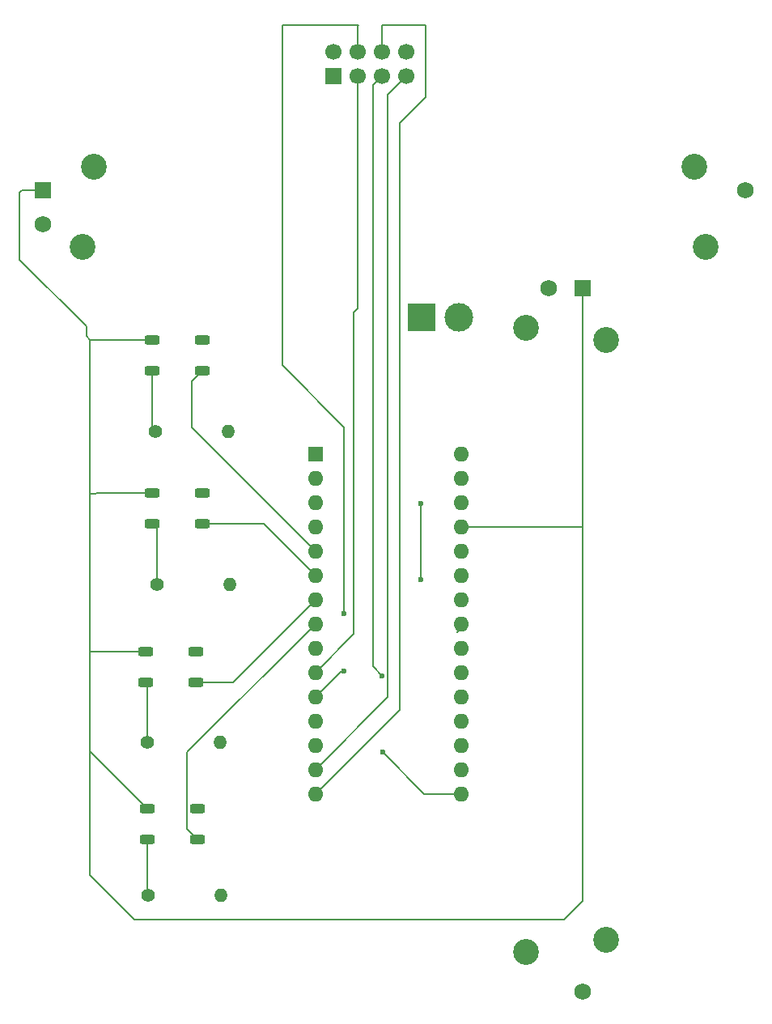
<source format=gbr>
%TF.GenerationSoftware,KiCad,Pcbnew,8.0.7*%
%TF.CreationDate,2025-01-13T00:49:29+02:00*%
%TF.ProjectId,RC-CarPCB,52432d43-6172-4504-9342-2e6b69636164,rev?*%
%TF.SameCoordinates,Original*%
%TF.FileFunction,Copper,L1,Top*%
%TF.FilePolarity,Positive*%
%FSLAX46Y46*%
G04 Gerber Fmt 4.6, Leading zero omitted, Abs format (unit mm)*
G04 Created by KiCad (PCBNEW 8.0.7) date 2025-01-13 00:49:29*
%MOMM*%
%LPD*%
G01*
G04 APERTURE LIST*
G04 Aperture macros list*
%AMRoundRect*
0 Rectangle with rounded corners*
0 $1 Rounding radius*
0 $2 $3 $4 $5 $6 $7 $8 $9 X,Y pos of 4 corners*
0 Add a 4 corners polygon primitive as box body*
4,1,4,$2,$3,$4,$5,$6,$7,$8,$9,$2,$3,0*
0 Add four circle primitives for the rounded corners*
1,1,$1+$1,$2,$3*
1,1,$1+$1,$4,$5*
1,1,$1+$1,$6,$7*
1,1,$1+$1,$8,$9*
0 Add four rect primitives between the rounded corners*
20,1,$1+$1,$2,$3,$4,$5,0*
20,1,$1+$1,$4,$5,$6,$7,0*
20,1,$1+$1,$6,$7,$8,$9,0*
20,1,$1+$1,$8,$9,$2,$3,0*%
G04 Aperture macros list end*
%TA.AperFunction,ComponentPad*%
%ADD10R,3.000000X3.000000*%
%TD*%
%TA.AperFunction,ComponentPad*%
%ADD11C,3.000000*%
%TD*%
%TA.AperFunction,ComponentPad*%
%ADD12C,1.700000*%
%TD*%
%TA.AperFunction,ComponentPad*%
%ADD13R,1.700000X1.700000*%
%TD*%
%TA.AperFunction,SMDPad,CuDef*%
%ADD14RoundRect,0.250000X-0.525000X-0.250000X0.525000X-0.250000X0.525000X0.250000X-0.525000X0.250000X0*%
%TD*%
%TA.AperFunction,ComponentPad*%
%ADD15C,2.700000*%
%TD*%
%TA.AperFunction,ComponentPad*%
%ADD16C,1.750000*%
%TD*%
%TA.AperFunction,ComponentPad*%
%ADD17R,1.750000X1.750000*%
%TD*%
%TA.AperFunction,ComponentPad*%
%ADD18C,1.400000*%
%TD*%
%TA.AperFunction,ComponentPad*%
%ADD19O,1.400000X1.400000*%
%TD*%
%TA.AperFunction,ComponentPad*%
%ADD20O,1.600000X1.600000*%
%TD*%
%TA.AperFunction,ComponentPad*%
%ADD21R,1.600000X1.600000*%
%TD*%
%TA.AperFunction,ViaPad*%
%ADD22C,0.600000*%
%TD*%
%TA.AperFunction,Conductor*%
%ADD23C,0.200000*%
%TD*%
G04 APERTURE END LIST*
D10*
%TO.P,J1,1,Pin_1*%
%TO.N,Net-(J1-Pin_1)*%
X150120000Y-73500000D03*
D11*
%TO.P,J1,2,Pin_2*%
%TO.N,Net-(A1-VIN)*%
X154000000Y-73500000D03*
%TD*%
D12*
%TO.P,U1,8,IRQ*%
%TO.N,unconnected-(U1-IRQ-Pad8)*%
X148495000Y-45749500D03*
%TO.P,U1,7,MISO*%
%TO.N,Net-(A1-D11)*%
X148495000Y-48289500D03*
%TO.P,U1,6,MOSI*%
%TO.N,Net-(A1-D12)*%
X145955000Y-45749500D03*
%TO.P,U1,5,SCK*%
%TO.N,Net-(A1-D13)*%
X145955000Y-48289500D03*
%TO.P,U1,4,~{CSN}*%
%TO.N,Net-(A1-D8)*%
X143415000Y-45749500D03*
%TO.P,U1,3,CE*%
%TO.N,Net-(A1-D7)*%
X143415000Y-48289500D03*
%TO.P,U1,2,VCC*%
%TO.N,Net-(A1-3V3)*%
X140875000Y-45749500D03*
D13*
%TO.P,U1,1,GND*%
%TO.N,Net-(J1-Pin_1)*%
X140875000Y-48289500D03*
%TD*%
D14*
%TO.P,SW3,2,B*%
%TO.N,Net-(A1-D4)*%
X126500000Y-111700000D03*
X121250000Y-111700000D03*
%TO.P,SW3,1,A*%
%TO.N,Net-(A1-+5V)*%
X126500000Y-108500000D03*
X121250000Y-108500000D03*
%TD*%
%TO.P,SW2,2,B*%
%TO.N,Net-(A1-D3)*%
X127125000Y-95100000D03*
X121875000Y-95100000D03*
%TO.P,SW2,1,A*%
%TO.N,Net-(A1-+5V)*%
X127125000Y-91900000D03*
X121875000Y-91900000D03*
%TD*%
%TO.P,SW1,2,B*%
%TO.N,Net-(A1-D2)*%
X127125000Y-79100000D03*
X121875000Y-79100000D03*
%TO.P,SW1,1,A*%
%TO.N,Net-(A1-+5V)*%
X127125000Y-75900000D03*
X121875000Y-75900000D03*
%TD*%
D15*
%TO.P,RV2,MP*%
%TO.N,N/C*%
X160970000Y-139865000D03*
X169370000Y-138665000D03*
X169370000Y-75865000D03*
X160970000Y-74665000D03*
D16*
%TO.P,RV2,3,3*%
%TO.N,Net-(J1-Pin_1)*%
X166920000Y-144015000D03*
%TO.P,RV2,2,2*%
%TO.N,Net-(A1-A0)*%
X163420000Y-70515000D03*
D17*
%TO.P,RV2,1,1*%
%TO.N,Net-(A1-+5V)*%
X166920000Y-70515000D03*
%TD*%
%TO.P,RV1,1,1*%
%TO.N,Net-(A1-+5V)*%
X110480000Y-60250000D03*
D16*
%TO.P,RV1,2,2*%
%TO.N,Net-(A1-A1)*%
X110480000Y-63750000D03*
%TO.P,RV1,3,3*%
%TO.N,Net-(J1-Pin_1)*%
X183980000Y-60250000D03*
D15*
%TO.P,RV1,MP*%
%TO.N,N/C*%
X114630000Y-66200000D03*
X115830000Y-57800000D03*
X178630000Y-57800000D03*
X179830000Y-66200000D03*
%TD*%
D18*
%TO.P,R4,1*%
%TO.N,Net-(A1-D5)*%
X121500000Y-134000000D03*
D19*
%TO.P,R4,2*%
%TO.N,Net-(J1-Pin_1)*%
X129120000Y-134000000D03*
%TD*%
%TO.P,R3,2*%
%TO.N,Net-(J1-Pin_1)*%
X129000000Y-118000000D03*
D18*
%TO.P,R3,1*%
%TO.N,Net-(A1-D4)*%
X121380000Y-118000000D03*
%TD*%
D19*
%TO.P,R2,2*%
%TO.N,Net-(J1-Pin_1)*%
X130000000Y-101500000D03*
D18*
%TO.P,R2,1*%
%TO.N,Net-(A1-D3)*%
X122380000Y-101500000D03*
%TD*%
D19*
%TO.P,R1,2*%
%TO.N,Net-(J1-Pin_1)*%
X129810000Y-85500000D03*
D18*
%TO.P,R1,1*%
%TO.N,Net-(A1-D2)*%
X122190000Y-85500000D03*
%TD*%
D14*
%TO.P,SW4,2,B*%
%TO.N,Net-(A1-D5)*%
X126625000Y-128100000D03*
X121375000Y-128100000D03*
%TO.P,SW4,1,A*%
%TO.N,Net-(A1-+5V)*%
X126625000Y-124900000D03*
X121375000Y-124900000D03*
%TD*%
D20*
%TO.P,A1,30,VIN*%
%TO.N,Net-(A1-VIN)*%
X154240000Y-87800000D03*
%TO.P,A1,29,GND*%
%TO.N,Net-(J1-Pin_1)*%
X154240000Y-90340000D03*
%TO.P,A1,28,~{RESET}*%
%TO.N,unconnected-(A1-~{RESET}-Pad28)*%
X154240000Y-92880000D03*
%TO.P,A1,27,+5V*%
%TO.N,Net-(A1-+5V)*%
X154240000Y-95420000D03*
%TO.P,A1,26,A7*%
%TO.N,unconnected-(A1-A7-Pad26)*%
X154240000Y-97960000D03*
%TO.P,A1,25,A6*%
%TO.N,unconnected-(A1-A6-Pad25)*%
X154240000Y-100500000D03*
%TO.P,A1,24,A5*%
%TO.N,unconnected-(A1-A5-Pad24)*%
X154240000Y-103040000D03*
%TO.P,A1,23,A4*%
%TO.N,unconnected-(A1-A4-Pad23)*%
X154240000Y-105580000D03*
%TO.P,A1,22,A3*%
%TO.N,unconnected-(A1-A3-Pad22)*%
X154240000Y-108120000D03*
%TO.P,A1,21,A2*%
%TO.N,unconnected-(A1-A2-Pad21)*%
X154240000Y-110660000D03*
%TO.P,A1,20,A1*%
%TO.N,Net-(A1-A1)*%
X154240000Y-113200000D03*
%TO.P,A1,19,A0*%
%TO.N,Net-(A1-A0)*%
X154240000Y-115740000D03*
%TO.P,A1,18,AREF*%
%TO.N,unconnected-(A1-AREF-Pad18)*%
X154240000Y-118280000D03*
%TO.P,A1,17,3V3*%
%TO.N,Net-(A1-3V3)*%
X154240000Y-120820000D03*
%TO.P,A1,16,D13*%
%TO.N,Net-(A1-D13)*%
X154240000Y-123360000D03*
%TO.P,A1,15,D12*%
%TO.N,Net-(A1-D12)*%
X139000000Y-123360000D03*
%TO.P,A1,14,D11*%
%TO.N,Net-(A1-D11)*%
X139000000Y-120820000D03*
%TO.P,A1,13,D10*%
%TO.N,unconnected-(A1-D10-Pad13)*%
X139000000Y-118280000D03*
%TO.P,A1,12,D9*%
%TO.N,unconnected-(A1-D9-Pad12)*%
X139000000Y-115740000D03*
%TO.P,A1,11,D8*%
%TO.N,Net-(A1-D8)*%
X139000000Y-113200000D03*
%TO.P,A1,10,D7*%
%TO.N,Net-(A1-D7)*%
X139000000Y-110660000D03*
%TO.P,A1,9,D6*%
%TO.N,unconnected-(A1-D6-Pad9)*%
X139000000Y-108120000D03*
%TO.P,A1,8,D5*%
%TO.N,Net-(A1-D5)*%
X139000000Y-105580000D03*
%TO.P,A1,7,D4*%
%TO.N,Net-(A1-D4)*%
X139000000Y-103040000D03*
%TO.P,A1,6,D3*%
%TO.N,Net-(A1-D3)*%
X139000000Y-100500000D03*
%TO.P,A1,5,D2*%
%TO.N,Net-(A1-D2)*%
X139000000Y-97960000D03*
%TO.P,A1,4,GND*%
%TO.N,Net-(J1-Pin_1)*%
X139000000Y-95420000D03*
%TO.P,A1,3,~{RESET}*%
%TO.N,unconnected-(A1-~{RESET}-Pad3)*%
X139000000Y-92880000D03*
%TO.P,A1,2,D0/RX*%
%TO.N,unconnected-(A1-D0{slash}RX-Pad2)*%
X139000000Y-90340000D03*
D21*
%TO.P,A1,1,D1/TX*%
%TO.N,unconnected-(A1-D1{slash}TX-Pad1)*%
X139000000Y-87800000D03*
%TD*%
D22*
%TO.N,Net-(A1-D8)*%
X142000000Y-104500000D03*
X142000000Y-110500000D03*
%TO.N,Net-(A1-3V3)*%
X150000000Y-93000000D03*
X150000000Y-101000000D03*
%TO.N,Net-(A1-D13)*%
X145955000Y-111000000D03*
X146000000Y-119000000D03*
%TD*%
D23*
%TO.N,Net-(A1-D12)*%
X150500000Y-43000000D02*
X145955000Y-43000000D01*
X139000000Y-123360000D02*
X147794117Y-114565883D01*
X147794117Y-114565883D02*
X147794117Y-53205883D01*
X147794117Y-53205883D02*
X150500000Y-50500000D01*
X150500000Y-50500000D02*
X150500000Y-43000000D01*
X145955000Y-43000000D02*
X145955000Y-45749500D01*
%TO.N,Net-(A1-D11)*%
X148495000Y-48289500D02*
X146500000Y-50284500D01*
X146500000Y-50284500D02*
X146500000Y-110696471D01*
X146500000Y-110696471D02*
X146555000Y-110751471D01*
X146555000Y-110751471D02*
X146555000Y-113265000D01*
X146555000Y-113265000D02*
X139000000Y-120820000D01*
%TO.N,Net-(A1-D13)*%
X145955000Y-48289500D02*
X145000000Y-49244500D01*
X145000000Y-49244500D02*
X145000000Y-110045000D01*
X145000000Y-110045000D02*
X145955000Y-111000000D01*
%TO.N,Net-(A1-D7)*%
X143415000Y-48289500D02*
X143415000Y-72585000D01*
X143415000Y-72585000D02*
X143000000Y-73000000D01*
X143000000Y-73000000D02*
X143000000Y-106660000D01*
X143000000Y-106660000D02*
X139000000Y-110660000D01*
%TO.N,Net-(A1-D8)*%
X141700000Y-110500000D02*
X142000000Y-110500000D01*
X139000000Y-113200000D02*
X141700000Y-110500000D01*
X142000000Y-85000000D02*
X142000000Y-104500000D01*
X143500000Y-43000000D02*
X135500000Y-43000000D01*
X143415000Y-45749500D02*
X143415000Y-43085000D01*
X143415000Y-43085000D02*
X143500000Y-43000000D01*
X135500000Y-43000000D02*
X135500000Y-78500000D01*
X135500000Y-78500000D02*
X142000000Y-85000000D01*
%TO.N,Net-(A1-3V3)*%
X150000000Y-93000000D02*
X150000000Y-101000000D01*
%TO.N,Net-(A1-D13)*%
X150360000Y-123360000D02*
X146000000Y-119000000D01*
X154240000Y-123360000D02*
X150360000Y-123360000D01*
%TO.N,Net-(A1-+5V)*%
X166920000Y-134580000D02*
X166920000Y-95500000D01*
X166920000Y-95500000D02*
X166920000Y-70515000D01*
X154240000Y-95420000D02*
X166840000Y-95420000D01*
X166840000Y-95420000D02*
X166920000Y-95500000D01*
X120000000Y-136500000D02*
X165000000Y-136500000D01*
X115400000Y-118925000D02*
X115400000Y-131900000D01*
X115400000Y-131900000D02*
X120000000Y-136500000D01*
X165000000Y-136500000D02*
X166920000Y-134580000D01*
X115400000Y-92000000D02*
X115400000Y-108500000D01*
X115400000Y-75900000D02*
X115400000Y-92000000D01*
X115400000Y-92000000D02*
X116000000Y-92000000D01*
X116000000Y-92000000D02*
X116100000Y-91900000D01*
X116100000Y-91900000D02*
X121875000Y-91900000D01*
X115400000Y-108500000D02*
X115400000Y-118925000D01*
X115400000Y-108500000D02*
X121250000Y-108500000D01*
X115000000Y-75500000D02*
X115400000Y-75900000D01*
X115400000Y-118925000D02*
X121375000Y-124900000D01*
X115000000Y-74500000D02*
X115000000Y-75500000D01*
X108000000Y-67500000D02*
X115000000Y-74500000D01*
X115400000Y-75900000D02*
X121875000Y-75900000D01*
X108250000Y-60250000D02*
X108000000Y-60500000D01*
X110480000Y-60250000D02*
X108250000Y-60250000D01*
X108000000Y-60500000D02*
X108000000Y-67500000D01*
%TO.N,Net-(A1-D2)*%
X121875000Y-79100000D02*
X121875000Y-85185000D01*
X121875000Y-85185000D02*
X122190000Y-85500000D01*
X127125000Y-79100000D02*
X126050000Y-80175000D01*
X126050000Y-80175000D02*
X126050000Y-85010000D01*
X126050000Y-85010000D02*
X139000000Y-97960000D01*
%TO.N,Net-(A1-D5)*%
X121375000Y-128100000D02*
X121375000Y-133875000D01*
X121375000Y-133875000D02*
X121500000Y-134000000D01*
X126625000Y-128100000D02*
X125550000Y-127025000D01*
X125550000Y-127025000D02*
X125550000Y-119030000D01*
X125550000Y-119030000D02*
X139000000Y-105580000D01*
%TO.N,Net-(A1-D3)*%
X121875000Y-95100000D02*
X122380000Y-95605000D01*
X122380000Y-95605000D02*
X122380000Y-101500000D01*
X127125000Y-95100000D02*
X133600000Y-95100000D01*
X133600000Y-95100000D02*
X139000000Y-100500000D01*
%TO.N,Net-(A1-D4)*%
X121380000Y-118000000D02*
X121380000Y-111830000D01*
X121380000Y-111830000D02*
X121250000Y-111700000D01*
X126500000Y-111700000D02*
X130340000Y-111700000D01*
X130340000Y-111700000D02*
X139000000Y-103040000D01*
%TO.N,unconnected-(A1-A4-Pad23)*%
X154240000Y-106060000D02*
X153800000Y-106500000D01*
%TD*%
M02*

</source>
